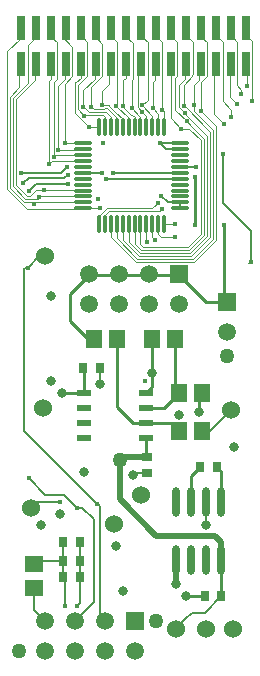
<source format=gbl>
G04 Layer_Physical_Order=4*
G04 Layer_Color=16711680*
%FSLAX43Y43*%
%MOMM*%
G71*
G01*
G75*
%ADD10R,1.500X1.400*%
%ADD11R,0.800X0.900*%
%ADD12R,0.900X0.800*%
%ADD13R,1.400X1.500*%
%ADD14O,0.300X1.650*%
%ADD15O,1.650X0.300*%
G04:AMPARAMS|DCode=19|XSize=0.55mm|YSize=1.25mm|CornerRadius=0.05mm|HoleSize=0mm|Usage=FLASHONLY|Rotation=90.000|XOffset=0mm|YOffset=0mm|HoleType=Round|Shape=RoundedRectangle|*
%AMROUNDEDRECTD19*
21,1,0.550,1.151,0,0,90.0*
21,1,0.451,1.250,0,0,90.0*
1,1,0.099,0.576,0.226*
1,1,0.099,0.576,-0.226*
1,1,0.099,-0.576,-0.226*
1,1,0.099,-0.576,0.226*
%
%ADD19ROUNDEDRECTD19*%
%ADD21C,0.200*%
%ADD22C,0.254*%
%ADD23C,0.125*%
%ADD24C,0.500*%
%ADD25C,1.500*%
%ADD26R,1.500X1.500*%
%ADD27R,1.500X1.500*%
%ADD28C,1.524*%
%ADD29C,0.400*%
%ADD30C,1.270*%
%ADD31C,0.800*%
%ADD38R,0.762X2.032*%
%ADD39O,0.700X2.500*%
D10*
X2600Y6400D02*
D03*
Y8400D02*
D03*
D11*
X8200Y25000D02*
D03*
X6800D02*
D03*
X6500Y7300D02*
D03*
X5100D02*
D03*
X6500Y8700D02*
D03*
X5100D02*
D03*
X6500Y10300D02*
D03*
X5100D02*
D03*
X17100Y5700D02*
D03*
X18500D02*
D03*
X18100Y16600D02*
D03*
X16700D02*
D03*
D12*
X12200Y16100D02*
D03*
Y17500D02*
D03*
D13*
X14600Y27500D02*
D03*
X12600D02*
D03*
X7700D02*
D03*
X9700D02*
D03*
X14900Y19700D02*
D03*
X16900D02*
D03*
X14900Y22900D02*
D03*
X16900D02*
D03*
D14*
X8150Y45400D02*
D03*
X8650D02*
D03*
X9150D02*
D03*
X9650D02*
D03*
X10150D02*
D03*
X10650D02*
D03*
X11150D02*
D03*
X11650D02*
D03*
X12150D02*
D03*
X12650D02*
D03*
X13150D02*
D03*
X13650D02*
D03*
Y37200D02*
D03*
X13150D02*
D03*
X12650D02*
D03*
X12150D02*
D03*
X11650D02*
D03*
X11150D02*
D03*
X10650D02*
D03*
X10150D02*
D03*
X9650D02*
D03*
X9150D02*
D03*
X8650D02*
D03*
X8150D02*
D03*
D15*
X15000Y44050D02*
D03*
Y43550D02*
D03*
Y43050D02*
D03*
Y42550D02*
D03*
Y42050D02*
D03*
Y41550D02*
D03*
Y41050D02*
D03*
Y40550D02*
D03*
Y40050D02*
D03*
Y39550D02*
D03*
Y39050D02*
D03*
Y38550D02*
D03*
X6800D02*
D03*
Y39050D02*
D03*
Y39550D02*
D03*
Y40050D02*
D03*
Y40550D02*
D03*
Y41050D02*
D03*
Y41550D02*
D03*
Y42050D02*
D03*
Y42550D02*
D03*
Y43050D02*
D03*
Y43550D02*
D03*
Y44050D02*
D03*
D19*
X6875Y19095D02*
D03*
Y20365D02*
D03*
Y21635D02*
D03*
Y22905D02*
D03*
X12125Y19095D02*
D03*
Y20365D02*
D03*
Y21635D02*
D03*
Y22905D02*
D03*
D21*
X2600Y4560D02*
X3560Y3600D01*
X2600Y4560D02*
Y6400D01*
X8000Y13500D02*
X8200Y13300D01*
Y4040D02*
X8640Y3600D01*
X8200Y4040D02*
Y13300D01*
X6100Y3600D02*
X7700Y5200D01*
Y12200D01*
X6700Y13200D02*
X7700Y12200D01*
X15700Y4000D02*
X16100Y4300D01*
X14700Y3000D02*
X15700Y4000D01*
X16100Y4300D02*
X17100D01*
X2600Y8400D02*
X2900Y8700D01*
X5100D01*
X17500Y19700D02*
X19300Y21500D01*
X11000Y16000D02*
X11100Y16100D01*
X12200D01*
X1900Y33500D02*
X2100D01*
X1800Y33400D02*
X1900Y33500D01*
X17100Y4300D02*
X18500Y5700D01*
X8200Y23700D02*
Y25000D01*
X20850Y33900D02*
X20975Y34025D01*
X5200Y14300D02*
X6300Y13200D01*
X3600Y14300D02*
X5200D01*
X2200Y15700D02*
X3600Y14300D01*
X1800Y19700D02*
Y33400D01*
Y19700D02*
X8000Y13500D01*
X2900Y13700D02*
X4800D01*
X2400Y13200D02*
X2900Y13700D01*
X6300Y13200D02*
X6700D01*
X17235Y11735D02*
Y13650D01*
X5100Y8700D02*
Y10300D01*
Y7300D02*
Y8700D01*
Y7300D02*
X5300Y7100D01*
Y4900D02*
Y7100D01*
X6500Y8700D02*
Y10300D01*
Y7300D02*
Y8700D01*
Y5100D02*
Y7300D01*
X6300Y4900D02*
X6500Y5100D01*
X13950Y39050D02*
X15000D01*
X13400Y39600D02*
X13950Y39050D01*
X15000Y38550D02*
Y39050D01*
X13350Y44050D02*
X15000D01*
X13350D02*
X13850Y43550D01*
X15000D01*
X6800Y41550D02*
X8350D01*
X8400Y41500D01*
X1500D02*
X4900D01*
X5400Y42000D01*
X2200Y41100D02*
X5200D01*
X5500Y41400D01*
X1750Y40650D02*
X2200Y41100D01*
X9350Y41550D02*
X15000D01*
X14950Y41000D02*
X15000Y41050D01*
X8700Y41000D02*
X14950D01*
X20975Y34025D02*
Y36625D01*
X15000Y42050D02*
X16350D01*
X18600Y39000D02*
Y43100D01*
Y39000D02*
X20975Y36625D01*
X3100Y34500D02*
X3600D01*
X2100Y33500D02*
X3100Y34500D01*
X2175Y39975D02*
X2800Y40600D01*
X5500D01*
X16600Y19700D02*
X17500D01*
D22*
X16600Y21300D02*
Y22900D01*
X7320Y32900D02*
X14940D01*
X17200Y30640D01*
X19000D01*
X5700Y29000D02*
Y31280D01*
Y29000D02*
X7200Y27500D01*
X7700D01*
X11035Y20365D02*
X12125D01*
X9700Y21700D02*
X11035Y20365D01*
X9700Y21700D02*
Y27500D01*
X12600Y24600D02*
Y27500D01*
Y23380D02*
Y24600D01*
X12125Y22905D02*
X12600Y23380D01*
X14600Y23200D02*
X14900Y22900D01*
X14600Y23200D02*
Y27500D01*
X15500Y5700D02*
X17100D01*
X12125Y17575D02*
X12200Y17500D01*
X12125Y17575D02*
Y19095D01*
X5005Y22905D02*
X6875D01*
X10800Y16200D02*
X11000Y16000D01*
X18505Y5705D02*
Y8750D01*
X15965Y13650D02*
Y15865D01*
X18505Y13650D02*
Y16195D01*
X15965Y15865D02*
X16700Y16600D01*
X18100D02*
X18505Y16195D01*
X18500Y5700D02*
X18505Y5705D01*
X12125Y20365D02*
X14235D01*
X13635Y21635D02*
X14900Y22900D01*
X6875Y22905D02*
Y24925D01*
X12125Y19095D02*
X12200Y19020D01*
X6800Y25000D02*
X6875Y24925D01*
X12125Y21635D02*
X13635D01*
X14235Y20365D02*
X14900Y19700D01*
X16300Y37100D02*
Y41200D01*
X18700Y30940D02*
Y37100D01*
Y30940D02*
X19000Y30640D01*
X5700Y31280D02*
X7320Y32900D01*
D23*
X8648Y47000D02*
X8800D01*
X8561Y46912D02*
X8648Y47000D01*
X8800D02*
X9650Y46150D01*
X8497Y46912D02*
X8561D01*
X6820Y47100D02*
X6900D01*
X7338Y46662D01*
X6912Y46400D02*
X6925Y46412D01*
X8290D01*
X7688Y46912D02*
X8497D01*
X8393Y46662D02*
X8738D01*
X8393Y46662D02*
X8393Y46662D01*
X7338Y46662D02*
X8393D01*
X8488Y46412D02*
X8650Y46250D01*
X8290Y46412D02*
X8488D01*
X8290Y46412D02*
X8290Y46412D01*
X8400Y47300D02*
X8400Y47300D01*
X8497Y46912D02*
X8497Y46912D01*
X8738Y46662D02*
X9150Y46250D01*
X9600Y47200D02*
X10650Y46150D01*
X7500Y47100D02*
X7688Y46912D01*
X11800Y47248D02*
X12650Y46398D01*
X16200Y46800D02*
Y47300D01*
X15448Y46552D02*
Y46600D01*
Y46552D02*
X17300Y44700D01*
X15552Y45900D02*
X15902Y45550D01*
X15904D02*
X17050Y44404D01*
X15902Y45550D02*
X15904D01*
X15800Y45300D02*
X16800Y44300D01*
X15050Y45300D02*
X15800D01*
X16800Y46800D02*
X18050Y45550D01*
X16200Y46800D02*
X17800Y45200D01*
Y35986D02*
Y45200D01*
X17550Y36089D02*
Y45046D01*
X8400Y47300D02*
X8952D01*
X9012Y47240D01*
X9150Y45400D02*
Y46250D01*
X8650Y45400D02*
Y46250D01*
X10200Y47152D02*
Y47200D01*
Y47152D02*
X10887Y46464D01*
X10900Y47000D02*
X11650Y46250D01*
X9012Y47239D02*
X9439Y46812D01*
X9012Y47239D02*
Y47240D01*
X9439Y46812D02*
X9440D01*
X9650Y45400D02*
Y46150D01*
X9440Y46812D02*
X10150Y46102D01*
X11800Y46700D02*
X12150Y46350D01*
X10887Y46464D02*
X10936D01*
X11150Y46250D01*
Y45400D02*
Y46250D01*
X12700Y47000D02*
X13150Y46550D01*
X13500Y46900D02*
X13650Y46750D01*
X7300Y45400D02*
X8150D01*
X10150D02*
Y46102D01*
X10650Y45400D02*
Y46150D01*
X11650Y45400D02*
Y46250D01*
X12150Y45400D02*
Y46350D01*
X12650Y45400D02*
Y46398D01*
X13150Y45400D02*
Y46550D01*
X13650Y45400D02*
Y46750D01*
X6743Y43493D02*
X6800Y43550D01*
X4350Y43050D02*
X6800D01*
X6762Y42513D02*
X6800Y42550D01*
X4126Y42526D02*
X4139Y42513D01*
X4126Y42526D02*
X4126D01*
X3900Y42300D02*
X4126Y42526D01*
X6750Y40100D02*
X6800Y40050D01*
X3500Y40100D02*
X6750D01*
X3100Y39500D02*
X3150Y39550D01*
X13650Y37200D02*
X14600D01*
X13150Y36350D02*
Y37200D01*
Y36350D02*
X13400Y36100D01*
X14600D01*
X12650Y36150D02*
Y37200D01*
Y36150D02*
X12900Y35900D01*
X12150Y35750D02*
Y37200D01*
X11150Y35550D02*
Y37200D01*
X11650Y35550D02*
Y37200D01*
X10650Y35696D02*
Y37200D01*
X11493Y34500D02*
X15961D01*
X10150Y35843D02*
X11493Y34500D01*
X10150Y35843D02*
Y37200D01*
X11389Y34250D02*
X16064D01*
X12150Y35750D02*
X12200Y35700D01*
X11650Y35550D02*
X11900Y35300D01*
X15700D01*
X11150Y35550D02*
X11700Y35000D01*
X15754D01*
X10650Y35696D02*
X11596Y34750D01*
X15857D01*
X9650Y35989D02*
X11389Y34250D01*
X9650Y35989D02*
Y37200D01*
X11286Y34000D02*
X16168D01*
X9150Y36136D02*
X11286Y34000D01*
X9150Y36136D02*
Y37200D01*
X6800Y38550D02*
X6850Y38500D01*
X9000Y38300D02*
X13300D01*
X13500Y38500D01*
X12650Y38550D02*
X13100Y39000D01*
X6950Y38600D02*
X8200D01*
X8650Y37200D02*
Y37950D01*
X9000Y38300D01*
X8848Y38550D02*
X12650D01*
X8150Y37852D02*
X8848Y38550D01*
X8150Y37200D02*
Y37852D01*
X4700Y43493D02*
X6743D01*
X4139Y42513D02*
X6762D01*
X5250Y44050D02*
X6800D01*
X16168Y34000D02*
X18050Y35882D01*
X16064Y34250D02*
X17800Y35986D01*
X15961Y34500D02*
X17550Y36089D01*
X15857Y34750D02*
X17300Y36193D01*
X15754Y35000D02*
X17050Y36296D01*
X15700Y35300D02*
X16800Y36400D01*
Y44300D01*
X17050Y36296D02*
Y44404D01*
X17300Y36193D02*
Y44700D01*
X18050Y35882D02*
Y45550D01*
X3150Y39550D02*
X6800D01*
X2600Y38900D02*
X2750Y39050D01*
X6800D01*
X2848Y40100D02*
X3500D01*
X2937Y39337D02*
X3100Y39500D01*
X1100Y47800D02*
X2700Y49400D01*
X1100Y40500D02*
Y47800D01*
Y40500D02*
X2013Y39588D01*
X2336D01*
X2848Y40100D01*
X850Y47904D02*
X2100Y49154D01*
X850Y40396D02*
Y47904D01*
Y40396D02*
X1909Y39337D01*
X2937D01*
X2413Y39087D02*
X2600Y38900D01*
X1805Y39087D02*
X2413D01*
X600Y40293D02*
X1805Y39087D01*
X600Y40293D02*
Y48007D01*
X1400Y48807D01*
Y50700D01*
X6762Y38513D02*
X6800Y38550D01*
X2027Y38513D02*
X6762D01*
X350Y40189D02*
X2027Y38513D01*
X350Y40189D02*
Y51850D01*
X3900Y42300D02*
Y49300D01*
X4100Y49500D01*
X4300Y49200D02*
X4609Y49508D01*
Y51902D01*
X4600Y51911D02*
X4609Y51902D01*
X4300Y42900D02*
Y49200D01*
X4700Y43493D02*
Y48900D01*
X5300Y49500D01*
X5250Y44050D02*
Y49078D01*
X5878Y49706D01*
Y52222D01*
X6100Y46600D02*
X7300Y45400D01*
X6100Y46600D02*
Y49196D01*
X6400Y46912D02*
X6912Y46400D01*
X6400Y46912D02*
Y48958D01*
X7148Y49706D01*
Y52652D01*
X6820Y47100D02*
Y48520D01*
X7800Y49500D01*
X7500Y47100D02*
Y48788D01*
X8418Y49706D01*
X8400Y47300D02*
Y48500D01*
X9000Y49100D01*
X9600Y47200D02*
X9689Y47288D01*
X10200Y47200D02*
Y49396D01*
X10400Y49597D01*
X10900Y47000D02*
Y49400D01*
X11000Y49500D01*
X11413Y47088D02*
X11800Y46700D01*
Y47248D02*
X12300Y47748D01*
X12700Y47000D02*
Y49200D01*
X12900Y49400D01*
X14200Y46150D02*
X15050Y45300D01*
X15552Y45900D02*
Y45948D01*
X14600Y46900D02*
X15552Y45948D01*
X14600Y46900D02*
Y49538D01*
X14769Y49706D01*
X15400Y46600D02*
X15448D01*
X14900Y47100D02*
X15400Y46600D01*
X14900Y47100D02*
Y49000D01*
X15400Y49500D01*
X15348Y49016D02*
X16038Y49706D01*
Y49839D01*
X16100Y49900D01*
X15348Y47200D02*
Y47248D01*
Y49016D01*
X16200Y47300D02*
Y49000D01*
X16600Y49400D01*
X16800Y46800D02*
Y49198D01*
X17309Y49706D01*
Y51902D01*
X17300Y51911D02*
X17309Y51902D01*
X17900Y46500D02*
X18700Y45700D01*
X19300Y46300D02*
Y46900D01*
X18600Y47600D02*
X19300Y46900D01*
X19200Y48000D02*
X19800Y47400D01*
X20200Y48200D02*
Y48600D01*
X19848Y48951D02*
X20200Y48600D01*
X21100Y47600D02*
X21118Y47618D01*
X1400Y50700D02*
X1500Y50800D01*
X2700Y49400D02*
Y50730D01*
X2770Y50800D01*
X4100Y49500D02*
Y50740D01*
X4040Y50800D02*
X4100Y50740D01*
X5300Y49500D02*
Y50790D01*
X5310Y50800D01*
X6100Y49196D02*
X6196D01*
X6580Y49580D01*
Y50800D01*
X7800Y49500D02*
Y50750D01*
X7850Y50800D01*
X9000Y49100D02*
Y50680D01*
X9120Y50800D01*
X10400Y49597D02*
Y50790D01*
X10390Y50800D02*
X10400Y50790D01*
X11413Y47088D02*
Y50553D01*
X11660Y50800D01*
X12900Y49400D02*
Y50770D01*
X12930Y50800D01*
X14200Y46150D02*
Y50800D01*
X15400Y49500D02*
Y50730D01*
X15470Y50800D01*
X16600Y49400D02*
Y50660D01*
X16740Y50800D01*
X17900Y46500D02*
Y50690D01*
X18010Y50800D01*
X19200Y48000D02*
Y50720D01*
X19280Y50800D01*
X20550D02*
X20600Y50750D01*
Y49950D02*
Y50750D01*
Y49950D02*
X20650Y49900D01*
Y48900D02*
Y49900D01*
X19280Y53848D02*
X19300Y53828D01*
X18010Y53848D02*
X18100Y53758D01*
X16740Y53848D02*
X16900Y53688D01*
X15470Y53848D02*
X15500Y53818D01*
X14200Y53848D02*
X14400Y53648D01*
X12930Y53848D02*
X13100Y53678D01*
X11660Y53848D02*
X11900Y53608D01*
X10390Y53848D02*
X10500Y53738D01*
X9120Y53848D02*
X9200Y53768D01*
X6580Y53848D02*
X6600Y53828D01*
X5310Y53848D02*
X5400Y53758D01*
Y53100D02*
Y53758D01*
X5000Y53100D02*
X5878Y52222D01*
X4040Y53848D02*
X4200Y53688D01*
X2700Y53778D02*
X2770Y53848D01*
X350Y51850D02*
X1500Y53000D01*
Y53848D01*
X2100Y49154D02*
Y52400D01*
X2700Y53000D01*
Y53778D01*
X4200Y53000D02*
Y53688D01*
Y53000D02*
X4600Y52600D01*
Y51911D02*
Y52600D01*
X7850Y53050D02*
Y53848D01*
Y53050D02*
X8418Y52481D01*
Y49706D02*
Y52481D01*
X6600Y53200D02*
Y53828D01*
Y53200D02*
X7148Y52652D01*
X9200Y53100D02*
Y53768D01*
Y53100D02*
X9689Y52611D01*
Y47288D02*
Y52611D01*
X10500Y53000D02*
Y53738D01*
Y53000D02*
X11000Y52500D01*
Y49500D02*
Y52500D01*
X11900Y53000D02*
Y53608D01*
Y53000D02*
X12300Y52600D01*
Y47748D02*
Y52600D01*
X13100Y53000D02*
Y53678D01*
Y53000D02*
X13500Y52600D01*
Y46900D02*
Y52600D01*
X14400Y53000D02*
Y53648D01*
Y53000D02*
X14769Y52632D01*
Y49706D02*
Y52632D01*
X15500Y53200D02*
Y53818D01*
Y53200D02*
X16100Y52600D01*
Y49900D02*
Y52600D01*
X16900Y53000D02*
Y53688D01*
Y53000D02*
X17300Y52600D01*
Y51911D02*
Y52600D01*
X18100Y53100D02*
Y53758D01*
Y53100D02*
X18600Y52600D01*
Y47600D02*
Y52600D01*
X19300Y53200D02*
Y53828D01*
X19848Y48951D02*
Y52652D01*
X19300Y53200D02*
X19848Y52652D01*
X20550Y53250D02*
Y53848D01*
Y53250D02*
X21118Y52681D01*
Y47618D02*
Y52681D01*
X6850Y38500D02*
X6950Y38600D01*
X15348Y47248D02*
X17550Y45046D01*
X5000Y53100D02*
X5400D01*
D24*
X14695Y6695D02*
Y8750D01*
X13000Y10800D02*
X18000D01*
X9895Y13905D02*
X13000Y10800D01*
X18505Y8750D02*
Y10295D01*
X18000Y10800D02*
X18505Y10295D01*
X9895Y13905D02*
Y17195D01*
X10200Y17500D01*
X12200D01*
D25*
X3560Y1060D02*
D03*
Y3600D02*
D03*
X6100Y1060D02*
D03*
Y3600D02*
D03*
X8640Y1060D02*
D03*
Y3600D02*
D03*
X11180Y1060D02*
D03*
X19000Y28100D02*
D03*
X14920Y30400D02*
D03*
X12380Y32940D02*
D03*
Y30400D02*
D03*
X9840Y32940D02*
D03*
Y30400D02*
D03*
X7300Y32940D02*
D03*
Y30400D02*
D03*
D26*
X11180Y3600D02*
D03*
X14920Y32940D02*
D03*
D27*
X19000Y30640D02*
D03*
D28*
X2400Y13200D02*
D03*
X14700Y2900D02*
D03*
X17200D02*
D03*
X19500D02*
D03*
X9400Y11800D02*
D03*
X19300Y21500D02*
D03*
X3400Y21600D02*
D03*
X3600Y34500D02*
D03*
X11700Y14300D02*
D03*
D29*
X6820Y47100D02*
D03*
X6912Y46400D02*
D03*
X8400Y47300D02*
D03*
X9600Y47200D02*
D03*
X7500Y47100D02*
D03*
X16200Y47300D02*
D03*
X15448Y46600D02*
D03*
X15552Y45900D02*
D03*
X16800Y46800D02*
D03*
X10200Y47200D02*
D03*
X10900Y47000D02*
D03*
X11800Y46700D02*
D03*
X12700Y47000D02*
D03*
X11800Y47248D02*
D03*
X13500Y46900D02*
D03*
X2100Y33500D02*
D03*
X12000Y23900D02*
D03*
X20975Y34025D02*
D03*
X2200Y15700D02*
D03*
X4800Y13700D02*
D03*
X6300Y13200D02*
D03*
X8000Y13500D02*
D03*
X5300Y4900D02*
D03*
X6300D02*
D03*
X8450Y44050D02*
D03*
X7300Y45400D02*
D03*
X4300Y42900D02*
D03*
X3900Y42300D02*
D03*
X3500Y40100D02*
D03*
X3100Y39500D02*
D03*
X2600Y38900D02*
D03*
X14600Y37200D02*
D03*
Y36100D02*
D03*
X12900Y35900D02*
D03*
X15050Y45300D02*
D03*
X12200Y35700D02*
D03*
X8100Y39300D02*
D03*
X13500Y38500D02*
D03*
X13100Y39000D02*
D03*
X8200Y38600D02*
D03*
X13400Y39600D02*
D03*
X13350Y44050D02*
D03*
X8400Y41500D02*
D03*
X1500D02*
D03*
X4700Y43493D02*
D03*
X5250Y44050D02*
D03*
X5400Y42000D02*
D03*
X5500Y41400D02*
D03*
X2175Y39975D02*
D03*
X5500Y40600D02*
D03*
X1750Y40650D02*
D03*
X9350Y41550D02*
D03*
X8700Y41000D02*
D03*
X16300Y41200D02*
D03*
Y37100D02*
D03*
X18700D02*
D03*
X16350Y42050D02*
D03*
X18600Y43100D02*
D03*
X15348Y47200D02*
D03*
X18700Y45700D02*
D03*
X19300Y46300D02*
D03*
X19800Y47400D02*
D03*
X20200Y48200D02*
D03*
X20650Y48900D02*
D03*
X21100Y47600D02*
D03*
D30*
X1340Y1060D02*
D03*
X13000Y3600D02*
D03*
X19000Y26000D02*
D03*
X9895Y17195D02*
D03*
D31*
X12600Y24600D02*
D03*
X8200Y23700D02*
D03*
X4100Y23900D02*
D03*
X4100Y31100D02*
D03*
X4800Y12700D02*
D03*
X3200Y11700D02*
D03*
X14695Y6695D02*
D03*
X9550Y9950D02*
D03*
X10200Y6100D02*
D03*
X15500Y5700D02*
D03*
X17235Y11735D02*
D03*
X19600Y18300D02*
D03*
X5005Y22905D02*
D03*
X14895Y21005D02*
D03*
X16600Y21300D02*
D03*
X11000Y16000D02*
D03*
X6900Y16200D02*
D03*
D38*
X1500Y53848D02*
D03*
Y50800D02*
D03*
X2770Y53848D02*
D03*
Y50800D02*
D03*
X4040Y53848D02*
D03*
Y50800D02*
D03*
X5310Y53848D02*
D03*
Y50800D02*
D03*
X6580Y53848D02*
D03*
Y50800D02*
D03*
X7850Y53848D02*
D03*
Y50800D02*
D03*
X9120Y53848D02*
D03*
Y50800D02*
D03*
X10390Y53848D02*
D03*
Y50800D02*
D03*
X11660Y53848D02*
D03*
Y50800D02*
D03*
X12930Y53848D02*
D03*
Y50800D02*
D03*
X14200Y53848D02*
D03*
Y50800D02*
D03*
X15470Y53848D02*
D03*
Y50800D02*
D03*
X16740Y53848D02*
D03*
Y50800D02*
D03*
X18010Y53848D02*
D03*
Y50800D02*
D03*
X19280Y53848D02*
D03*
Y50800D02*
D03*
X20550Y53848D02*
D03*
Y50800D02*
D03*
D39*
X18505Y8750D02*
D03*
X17235D02*
D03*
X15965D02*
D03*
X14695D02*
D03*
X18505Y13650D02*
D03*
X17235D02*
D03*
X15965D02*
D03*
X14695D02*
D03*
M02*

</source>
